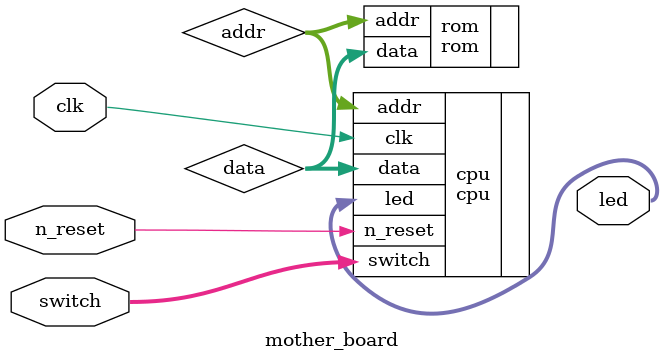
<source format=sv>
module mother_board(
  input logic clk,
  input logic n_reset,
  input logic [3:0] switch,
  output logic [3:0] led
);
  logic [3:0] addr;
  logic [7:0] data;

  cpu cpu(.clk, .n_reset, .addr, .data, .switch, .led);
  rom rom(.addr, .data);
endmodule

</source>
